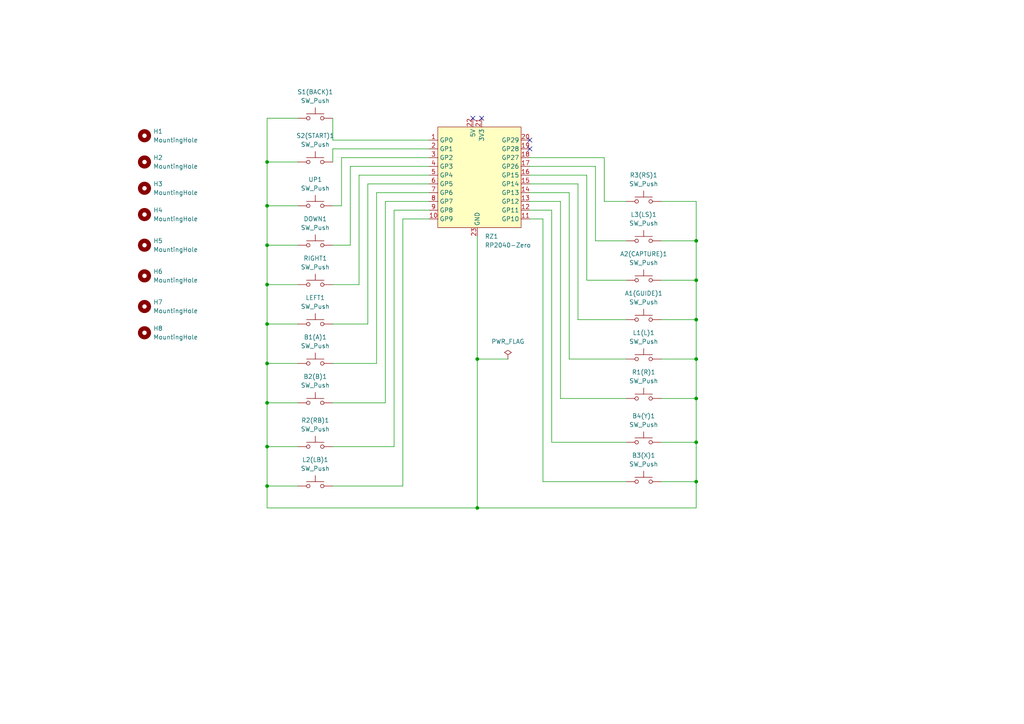
<source format=kicad_sch>
(kicad_sch (version 20231120) (generator "eeschema") (generator_version "8.0")
  (paper "A4")
  (title_block (title "StickLess") (date "2023-09-12") (rev "1"))
  (lib_symbols
    (symbol "Mechanical:MountingHole" (pin_names (offset 1.016))
      (property "Reference" "H" (at 0 5.08 0))
      (property "Value" "MountingHole" (at 0 3.175 0))
      (symbol "MountingHole_0_1"
        (circle (center 0 0) (radius 1.27) (stroke (width 1.27)))
      )
    )
    (symbol "Switch:SW_Push" (pin_numbers hide) (pin_names (offset 1.016) hide)
      (property "Reference" "SW" (at 1.27 2.54 0))
      (property "Value" "SW_Push" (at 0 -1.524 0))
      (symbol "SW_Push_0_1"
        (circle (center -2.032 0) (radius 0.508))
        (polyline (pts (xy 0 1.27) (xy 0 3.048)))
        (polyline (pts (xy 2.54 1.27) (xy -2.54 1.27)))
        (circle (center 2.032 0) (radius 0.508))
        (pin passive line (at -5.08 0 0) (length 2.54) (name "1") (number "1"))
        (pin passive line (at 5.08 0 180) (length 2.54) (name "2") (number "2"))
      )
    )
    (symbol "power:PWR_FLAG" (power) (pin_numbers hide) (pin_names (offset 0) hide)
      (property "Value" "PWR_FLAG" (at 0 3.81 0))
      (symbol "PWR_FLAG_0_0"
        (pin power_out line (at 0 0 90) (length 0) (name "~") (number "1"))
      )
      (symbol "PWR_FLAG_0_1"
        (polyline (pts (xy 0 0) (xy 0 1.27) (xy -1.016 1.905) (xy 0 2.54) (xy 1.016 1.905) (xy 0 1.27)))
      )
    )
    (symbol "rp2040-zero:RP2040-Zero"
      (property "Reference" "RZ" (at 0 0 0))
      (property "Value" "RP2040-Zero" (at 0 -2.54 0))
      (symbol "RP2040-Zero_0_1"
        (rectangle (start -11.43 -15.24) (end 12.7 13.97) (fill (type background)))
      )
      (symbol "RP2040-Zero_1_1"
        (pin bidirectional line (at -13.97 10.16 0) (length 2.54) (name "GP0") (number "1"))
        (pin bidirectional line (at -13.97 -12.7 0) (length 2.54) (name "GP9") (number "10"))
        (pin bidirectional line (at 15.24 -12.7 180) (length 2.54) (name "GP10") (number "11"))
        (pin bidirectional line (at 15.24 -10.16 180) (length 2.54) (name "GP11") (number "12"))
        (pin bidirectional line (at 15.24 -7.62 180) (length 2.54) (name "GP12") (number "13"))
        (pin bidirectional line (at 15.24 -5.08 180) (length 2.54) (name "GP13") (number "14"))
        (pin bidirectional line (at 15.24 -2.54 180) (length 2.54) (name "GP14") (number "15"))
        (pin bidirectional line (at 15.24 0 180) (length 2.54) (name "GP15") (number "16"))
        (pin bidirectional line (at 15.24 2.54 180) (length 2.54) (name "GP26") (number "17"))
        (pin bidirectional line (at 15.24 5.08 180) (length 2.54) (name "GP27") (number "18"))
        (pin bidirectional line (at 15.24 7.62 180) (length 2.54) (name "GP28") (number "19"))
        (pin bidirectional line (at -13.97 7.62 0) (length 2.54) (name "GP1") (number "2"))
        (pin bidirectional line (at 15.24 10.16 180) (length 2.54) (name "GP29") (number "20"))
        (pin power_in line (at 1.27 16.51 270) (length 2.54) (name "3V3") (number "21"))
        (pin power_in line (at -1.27 16.51 270) (length 2.54) (name "5V") (number "22"))
        (pin power_in line (at 0 -17.78 90) (length 2.54) (name "GND") (number "23"))
        (pin bidirectional line (at -13.97 5.08 0) (length 2.54) (name "GP2") (number "3"))
        (pin bidirectional line (at -13.97 2.54 0) (length 2.54) (name "GP3") (number "4"))
        (pin bidirectional line (at -13.97 0 0) (length 2.54) (name "GP4") (number "5"))
        (pin bidirectional line (at -13.97 -2.54 0) (length 2.54) (name "GP5") (number "6"))
        (pin bidirectional line (at -13.97 -5.08 0) (length 2.54) (name "GP6") (number "7"))
        (pin bidirectional line (at -13.97 -7.62 0) (length 2.54) (name "GP7") (number "8"))
        (pin bidirectional line (at -13.97 -10.16 0) (length 2.54) (name "GP8") (number "9"))
      )
    )
  )
  (junction (at 77.47 46.99))
  (junction (at 201.93 139.7))
  (junction (at 77.47 59.69))
  (junction (at 201.93 104.14))
  (junction (at 138.43 147.32))
  (junction (at 201.93 81.28))
  (junction (at 201.93 69.85))
  (junction (at 77.47 71.12))
  (junction (at 77.47 82.55))
  (junction (at 201.93 92.71))
  (junction (at 77.47 140.97))
  (junction (at 201.93 115.57))
  (junction (at 138.43 104.14))
  (junction (at 77.47 93.98))
  (junction (at 77.47 116.84))
  (junction (at 201.93 128.27))
  (junction (at 77.47 105.41))
  (junction (at 77.47 129.54))
  (no_connect (at 153.67 40.64))
  (no_connect (at 153.67 43.18))
  (no_connect (at 139.7 34.29))
  (no_connect (at 137.16 34.29))
  (wire (pts (xy 106.68 53.34) (xy 106.68 93.98)))
  (wire (pts (xy 191.77 115.57) (xy 201.93 115.57)))
  (wire (pts (xy 201.93 139.7) (xy 201.93 147.32)))
  (wire (pts (xy 116.84 63.5) (xy 124.46 63.5)))
  (wire (pts (xy 116.84 140.97) (xy 116.84 63.5)))
  (wire (pts (xy 153.67 58.42) (xy 162.56 58.42)))
  (wire (pts (xy 167.64 53.34) (xy 153.67 53.34)))
  (wire (pts (xy 77.47 59.69) (xy 77.47 71.12)))
  (wire (pts (xy 77.47 105.41) (xy 77.47 116.84)))
  (wire (pts (xy 77.47 147.32) (xy 138.43 147.32)))
  (wire (pts (xy 77.47 93.98) (xy 77.47 105.41)))
  (wire (pts (xy 191.77 128.27) (xy 201.93 128.27)))
  (wire (pts (xy 165.1 104.14) (xy 165.1 55.88)))
  (wire (pts (xy 170.18 81.28) (xy 181.61 81.28)))
  (wire (pts (xy 96.52 43.18) (xy 96.52 46.99)))
  (wire (pts (xy 77.47 140.97) (xy 77.47 147.32)))
  (wire (pts (xy 165.1 55.88) (xy 153.67 55.88)))
  (wire (pts (xy 124.46 40.64) (xy 96.52 40.64)))
  (wire (pts (xy 172.72 48.26) (xy 153.67 48.26)))
  (wire (pts (xy 138.43 104.14) (xy 147.32 104.14)))
  (wire (pts (xy 101.6 48.26) (xy 101.6 71.12)))
  (wire (pts (xy 138.43 104.14) (xy 138.43 68.58)))
  (wire (pts (xy 157.48 139.7) (xy 181.61 139.7)))
  (wire (pts (xy 153.67 50.8) (xy 170.18 50.8)))
  (wire (pts (xy 201.93 69.85) (xy 201.93 81.28)))
  (wire (pts (xy 153.67 63.5) (xy 157.48 63.5)))
  (wire (pts (xy 86.36 93.98) (xy 77.47 93.98)))
  (wire (pts (xy 181.61 69.85) (xy 172.72 69.85)))
  (wire (pts (xy 109.22 55.88) (xy 109.22 105.41)))
  (wire (pts (xy 191.77 139.7) (xy 201.93 139.7)))
  (wire (pts (xy 162.56 115.57) (xy 162.56 58.42)))
  (wire (pts (xy 160.02 128.27) (xy 160.02 60.96)))
  (wire (pts (xy 181.61 128.27) (xy 160.02 128.27)))
  (wire (pts (xy 191.77 81.28) (xy 201.93 81.28)))
  (wire (pts (xy 106.68 93.98) (xy 96.52 93.98)))
  (wire (pts (xy 172.72 69.85) (xy 172.72 48.26)))
  (wire (pts (xy 153.67 45.72) (xy 175.26 45.72)))
  (wire (pts (xy 201.93 81.28) (xy 201.93 92.71)))
  (wire (pts (xy 86.36 105.41) (xy 77.47 105.41)))
  (wire (pts (xy 201.93 104.14) (xy 201.93 115.57)))
  (wire (pts (xy 191.77 69.85) (xy 201.93 69.85)))
  (wire (pts (xy 77.47 34.29) (xy 77.47 46.99)))
  (wire (pts (xy 138.43 147.32) (xy 138.43 104.14)))
  (wire (pts (xy 201.93 92.71) (xy 201.93 104.14)))
  (wire (pts (xy 101.6 71.12) (xy 96.52 71.12)))
  (wire (pts (xy 201.93 147.32) (xy 138.43 147.32)))
  (wire (pts (xy 96.52 116.84) (xy 111.76 116.84)))
  (wire (pts (xy 96.52 140.97) (xy 116.84 140.97)))
  (wire (pts (xy 124.46 43.18) (xy 96.52 43.18)))
  (wire (pts (xy 77.47 129.54) (xy 77.47 140.97)))
  (wire (pts (xy 191.77 92.71) (xy 201.93 92.71)))
  (wire (pts (xy 124.46 55.88) (xy 109.22 55.88)))
  (wire (pts (xy 77.47 140.97) (xy 86.36 140.97)))
  (wire (pts (xy 160.02 60.96) (xy 153.67 60.96)))
  (wire (pts (xy 96.52 129.54) (xy 114.3 129.54)))
  (wire (pts (xy 96.52 40.64) (xy 96.52 34.29)))
  (wire (pts (xy 124.46 53.34) (xy 106.68 53.34)))
  (wire (pts (xy 86.36 116.84) (xy 77.47 116.84)))
  (wire (pts (xy 99.06 59.69) (xy 96.52 59.69)))
  (wire (pts (xy 124.46 60.96) (xy 114.3 60.96)))
  (wire (pts (xy 201.93 115.57) (xy 201.93 128.27)))
  (wire (pts (xy 181.61 92.71) (xy 167.64 92.71)))
  (wire (pts (xy 86.36 71.12) (xy 77.47 71.12)))
  (wire (pts (xy 111.76 58.42) (xy 111.76 116.84)))
  (wire (pts (xy 191.77 58.42) (xy 201.93 58.42)))
  (wire (pts (xy 77.47 116.84) (xy 77.47 129.54)))
  (wire (pts (xy 167.64 92.71) (xy 167.64 53.34)))
  (wire (pts (xy 86.36 59.69) (xy 77.47 59.69)))
  (wire (pts (xy 175.26 58.42) (xy 181.61 58.42)))
  (wire (pts (xy 201.93 128.27) (xy 201.93 139.7)))
  (wire (pts (xy 157.48 63.5) (xy 157.48 139.7)))
  (wire (pts (xy 124.46 45.72) (xy 99.06 45.72)))
  (wire (pts (xy 86.36 82.55) (xy 77.47 82.55)))
  (wire (pts (xy 124.46 58.42) (xy 111.76 58.42)))
  (wire (pts (xy 77.47 71.12) (xy 77.47 82.55)))
  (wire (pts (xy 99.06 45.72) (xy 99.06 59.69)))
  (wire (pts (xy 124.46 50.8) (xy 104.14 50.8)))
  (wire (pts (xy 86.36 34.29) (xy 77.47 34.29)))
  (wire (pts (xy 170.18 50.8) (xy 170.18 81.28)))
  (wire (pts (xy 175.26 45.72) (xy 175.26 58.42)))
  (wire (pts (xy 181.61 115.57) (xy 162.56 115.57)))
  (wire (pts (xy 201.93 58.42) (xy 201.93 69.85)))
  (wire (pts (xy 77.47 82.55) (xy 77.47 93.98)))
  (wire (pts (xy 86.36 46.99) (xy 77.47 46.99)))
  (wire (pts (xy 191.77 104.14) (xy 201.93 104.14)))
  (wire (pts (xy 114.3 60.96) (xy 114.3 129.54)))
  (wire (pts (xy 96.52 82.55) (xy 104.14 82.55)))
  (wire (pts (xy 86.36 129.54) (xy 77.47 129.54)))
  (wire (pts (xy 96.52 105.41) (xy 109.22 105.41)))
  (wire (pts (xy 77.47 46.99) (xy 77.47 59.69)))
  (wire (pts (xy 181.61 104.14) (xy 165.1 104.14)))
  (wire (pts (xy 104.14 50.8) (xy 104.14 82.55)))
  (wire (pts (xy 124.46 48.26) (xy 101.6 48.26)))
  (symbol (lib_id "Switch:SW_Push") (at 91.44 59.69 0) (unit 1)
    (property "Reference" "UP1" (at 91.44 52.07 0))
    (property "Value" "SW_Push" (at 91.44 54.61 0))
    (property "Footprint" "Kailh_Choc_V2:Kailh_Choc_V2_30" (effects (hide yes)))
  )
  (symbol (lib_id "Switch:SW_Push") (at 91.44 105.41 0) (unit 1)
    (property "Reference" "B1(A)1" (at 91.44 97.79 0))
    (property "Value" "SW_Push" (at 91.44 100.33 0))
    (property "Footprint" "Kailh_Choc_V2:Kailh_Choc_V2_24" (effects (hide yes)))
  )
  (symbol (lib_id "Switch:SW_Push") (at 186.69 92.71 0) (unit 1)
    (property "Reference" "A1(GUIDE)1" (at 186.69 85.09 0))
    (property "Value" "SW_Push" (at 186.69 87.63 0))
    (property "Footprint" "Kailh_Choc_V2:Kailh_Choc_V2" (effects (hide yes)))
  )
  (symbol (lib_id "Mechanical:MountingHole") (at 41.91 62.23 0) (unit 1)
    (property "Reference" "H4" (at 44.45 60.96 0) (effects (justify left)))
    (property "Value" "MountingHole" (at 44.45 63.5 0) (effects (justify left)))
    (property "Footprint" "MountingHole:MountingHole_6mm" (effects (hide yes)))
  )
  (symbol (lib_id "Switch:SW_Push") (at 186.69 81.28 0) (unit 1)
    (property "Reference" "A2(CAPTURE)1" (at 186.69 73.66 0))
    (property "Value" "SW_Push" (at 186.69 76.2 0))
    (property "Footprint" "Kailh_Choc_V2:Kailh_Choc_V2" (effects (hide yes)))
  )
  (symbol (lib_id "Switch:SW_Push") (at 91.44 116.84 0) (unit 1)
    (property "Reference" "B2(B)1" (at 91.44 109.22 0))
    (property "Value" "SW_Push" (at 91.44 111.76 0))
    (property "Footprint" "Kailh_Choc_V2:Kailh_Choc_V2_24" (effects (hide yes)))
  )
  (symbol (lib_id "Switch:SW_Push") (at 91.44 93.98 0) (unit 1)
    (property "Reference" "LEFT1" (at 91.44 86.36 0))
    (property "Value" "SW_Push" (at 91.44 88.9 0))
    (property "Footprint" "Kailh_Choc_V2:Kailh_Choc_V2_24" (effects (hide yes)))
  )
  (symbol (lib_id "Switch:SW_Push") (at 91.44 140.97 0) (unit 1)
    (property "Reference" "L2(LB)1" (at 91.44 133.35 0))
    (property "Value" "SW_Push" (at 91.44 135.89 0))
    (property "Footprint" "Kailh_Choc_V2:Kailh_Choc_V2_24" (effects (hide yes)))
  )
  (symbol (lib_id "Mechanical:MountingHole") (at 41.91 88.9 0) (unit 1)
    (property "Reference" "H7" (at 44.45 87.63 0) (effects (justify left)))
    (property "Value" "MountingHole" (at 44.45 90.17 0) (effects (justify left)))
    (property "Footprint" "MountingHole:MountingHole_6mm" (effects (hide yes)))
  )
  (symbol (lib_id "rp2040-zero:RP2040-Zero") (at 138.43 50.8 0) (unit 1)
    (property "Reference" "RZ1" (at 140.6241 68.58 0) (effects (justify left)))
    (property "Value" "RP2040-Zero" (at 140.6241 71.12 0) (effects (justify left)))
    (property "Footprint" "RP2040-Zero:RP2040-Zero" (effects (hide yes)))
  )
  (symbol (lib_id "Switch:SW_Push") (at 186.69 115.57 0) (unit 1)
    (property "Reference" "R1(R)1" (at 186.69 107.95 0))
    (property "Value" "SW_Push" (at 186.69 110.49 0))
    (property "Footprint" "Kailh_Choc_V2:Kailh_Choc_V2_24" (effects (hide yes)))
  )
  (symbol (lib_id "Mechanical:MountingHole") (at 41.91 39.37 0) (unit 1)
    (property "Reference" "H1" (at 44.45 38.1 0) (effects (justify left)))
    (property "Value" "MountingHole" (at 44.45 40.64 0) (effects (justify left)))
    (property "Footprint" "MountingHole:MountingHole_6mm" (effects (hide yes)))
  )
  (symbol (lib_id "Switch:SW_Push") (at 186.69 139.7 0) (unit 1)
    (property "Reference" "B3(X)1" (at 186.69 132.08 0))
    (property "Value" "SW_Push" (at 186.69 134.62 0))
    (property "Footprint" "Kailh_Choc_V2:Kailh_Choc_V2_24" (effects (hide yes)))
  )
  (symbol (lib_id "Switch:SW_Push") (at 186.69 128.27 0) (unit 1)
    (property "Reference" "B4(Y)1" (at 186.69 120.65 0))
    (property "Value" "SW_Push" (at 186.69 123.19 0))
    (property "Footprint" "Kailh_Choc_V2:Kailh_Choc_V2_24" (effects (hide yes)))
  )
  (symbol (lib_id "Switch:SW_Push") (at 186.69 104.14 0) (unit 1)
    (property "Reference" "L1(L)1" (at 186.69 96.52 0))
    (property "Value" "SW_Push" (at 186.69 99.06 0))
    (property "Footprint" "Kailh_Choc_V2:Kailh_Choc_V2_24" (effects (hide yes)))
  )
  (symbol (lib_id "Switch:SW_Push") (at 91.44 46.99 0) (unit 1)
    (property "Reference" "S2(START)1" (at 91.44 39.37 0))
    (property "Value" "SW_Push" (at 91.44 41.91 0))
    (property "Footprint" "Kailh_Choc_V2:Kailh_Choc_V2" (effects (hide yes)))
  )
  (symbol (lib_id "Mechanical:MountingHole") (at 41.91 80.01 0) (unit 1)
    (property "Reference" "H6" (at 44.45 78.74 0) (effects (justify left)))
    (property "Value" "MountingHole" (at 44.45 81.28 0) (effects (justify left)))
    (property "Footprint" "MountingHole:MountingHole_6mm" (effects (hide yes)))
  )
  (symbol (lib_id "Mechanical:MountingHole") (at 41.91 71.12 0) (unit 1)
    (property "Reference" "H5" (at 44.45 69.85 0) (effects (justify left)))
    (property "Value" "MountingHole" (at 44.45 72.39 0) (effects (justify left)))
    (property "Footprint" "MountingHole:MountingHole_6mm" (effects (hide yes)))
  )
  (symbol (lib_id "Switch:SW_Push") (at 186.69 69.85 0) (unit 1)
    (property "Reference" "L3(LS)1" (at 186.69 62.23 0))
    (property "Value" "SW_Push" (at 186.69 64.77 0))
    (property "Footprint" "Kailh_Choc_V2:Kailh_Choc_V2_24" (effects (hide yes)))
  )
  (symbol (lib_id "Mechanical:MountingHole") (at 41.91 54.61 0) (unit 1)
    (property "Reference" "H3" (at 44.45 53.34 0) (effects (justify left)))
    (property "Value" "MountingHole" (at 44.45 55.88 0) (effects (justify left)))
    (property "Footprint" "MountingHole:MountingHole_6mm" (effects (hide yes)))
  )
  (symbol (lib_id "Switch:SW_Push") (at 91.44 34.29 0) (unit 1)
    (property "Reference" "S1(BACK)1" (at 91.44 26.67 0))
    (property "Value" "SW_Push" (at 91.44 29.21 0))
    (property "Footprint" "Kailh_Choc_V2:Kailh_Choc_V2_24" (effects (hide yes)))
  )
  (symbol (lib_id "Mechanical:MountingHole") (at 41.91 96.52 0) (unit 1)
    (property "Reference" "H8" (at 44.45 95.25 0) (effects (justify left)))
    (property "Value" "MountingHole" (at 44.45 97.79 0) (effects (justify left)))
    (property "Footprint" "MountingHole:MountingHole_6mm" (effects (hide yes)))
  )
  (symbol (lib_id "Mechanical:MountingHole") (at 41.91 46.99 0) (unit 1)
    (property "Reference" "H2" (at 44.45 45.72 0) (effects (justify left)))
    (property "Value" "MountingHole" (at 44.45 48.26 0) (effects (justify left)))
    (property "Footprint" "MountingHole:MountingHole_6mm" (effects (hide yes)))
  )
  (symbol (lib_id "power:PWR_FLAG") (at 147.32 104.14 0) (unit 1)
    (property "Reference" "#FLG01" (effects (hide yes)))
    (property "Value" "PWR_FLAG" (at 147.32 99.06 0))
    (property "Description" "Special symbol for telling ERC where power comes from" (effects (hide yes)))
  )
  (symbol (lib_id "Switch:SW_Push") (at 91.44 71.12 0) (unit 1)
    (property "Reference" "DOWN1" (at 91.44 63.5 0))
    (property "Value" "SW_Push" (at 91.44 66.04 0))
    (property "Footprint" "Kailh_Choc_V2:Kailh_Choc_V2_24" (effects (hide yes)))
  )
  (symbol (lib_id "Switch:SW_Push") (at 91.44 82.55 0) (unit 1)
    (property "Reference" "RIGHT1" (at 91.44 74.93 0))
    (property "Value" "SW_Push" (at 91.44 77.47 0))
    (property "Footprint" "Kailh_Choc_V2:Kailh_Choc_V2_24" (effects (hide yes)))
  )
  (symbol (lib_id "Switch:SW_Push") (at 91.44 129.54 0) (unit 1)
    (property "Reference" "R2(RB)1" (at 91.44 121.92 0))
    (property "Value" "SW_Push" (at 91.44 124.46 0))
    (property "Footprint" "Kailh_Choc_V2:Kailh_Choc_V2_24" (effects (hide yes)))
  )
  (symbol (lib_id "Switch:SW_Push") (at 186.69 58.42 0) (unit 1)
    (property "Reference" "R3(RS)1" (at 186.69 50.8 0))
    (property "Value" "SW_Push" (at 186.69 53.34 0))
    (property "Footprint" "Kailh_Choc_V2:Kailh_Choc_V2_24" (effects (hide yes)))
  )
)
</source>
